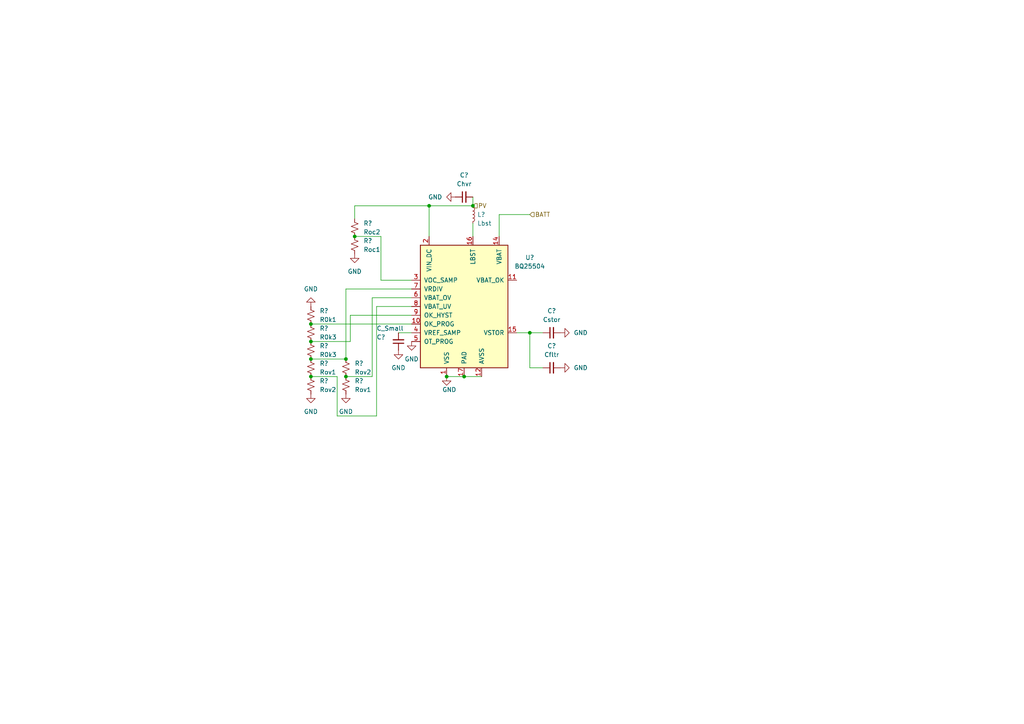
<source format=kicad_sch>
(kicad_sch (version 20211123) (generator eeschema)
  (paper "A4")
  (lib_symbols
    (symbol "Battery_Management:BQ25504" (pin_names (offset 1.016))
      (property "Reference" "U" (at -7.62 20.32 0))
      (property "Value" "BQ25504" (at -7.62 22.86 0))
      (symbol "BQ25504_0_1"
        (rectangle (start -12.7 17.78) (end 12.7 -17.78) (stroke (width 0.254)) (fill (type background)))
      )
      (symbol "BQ25504_1_1"
        (pin power_in line (at -5.08 -20.32 90) (length 2.54) (name "VSS") (number "1"))
        (pin input line (at -15.24 -5.08 0) (length 2.54) (name "OK_PROG") (number "10"))
        (pin output line (at 15.24 7.62 180) (length 2.54) (name "VBAT_OK") (number "11"))
        (pin power_in line (at 5.08 -20.32 90) (length 2.54) (name "AVSS") (number "12"))
        (pin passive line (at -5.08 -20.32 90) (length 2.54) hide (name "VSS") (number "13"))
        (pin power_out line (at 10.16 20.32 270) (length 2.54) (name "VBAT") (number "14"))
        (pin bidirectional line (at 15.24 -7.62 180) (length 2.54) (name "VSTOR") (number "15"))
        (pin bidirectional line (at 2.54 20.32 270) (length 2.54) (name "LBST") (number "16"))
        (pin passive line (at 0 -20.32 90) (length 2.54) (name "PAD") (number "17"))
        (pin power_in line (at -10.16 20.32 270) (length 2.54) (name "VIN_DC") (number "2"))
        (pin input line (at -15.24 7.62 0) (length 2.54) (name "VOC_SAMP") (number "3"))
        (pin bidirectional line (at -15.24 -7.62 0) (length 2.54) (name "VREF_SAMP") (number "4"))
        (pin input line (at -15.24 -10.16 0) (length 2.54) (name "OT_PROG") (number "5"))
        (pin input line (at -15.24 2.54 0) (length 2.54) (name "VBAT_OV") (number "6"))
        (pin output line (at -15.24 5.08 0) (length 2.54) (name "VRDIV") (number "7"))
        (pin input line (at -15.24 0 0) (length 2.54) (name "VBAT_UV") (number "8"))
        (pin input line (at -15.24 -2.54 0) (length 2.54) (name "OK_HYST") (number "9"))
      )
    )
    (symbol "Device:C_Small" (pin_numbers hide) (pin_names (offset 0.254) hide)
      (property "Reference" "C" (at 0.254 1.778 0))
      (property "Value" "C_Small" (at 0.254 -2.032 0))
      (symbol "C_Small_0_1"
        (polyline (pts (xy -1.524 -0.508) (xy 1.524 -0.508)) (stroke (width 0.3302)))
        (polyline (pts (xy -1.524 0.508) (xy 1.524 0.508)) (stroke (width 0.3048)))
      )
      (symbol "C_Small_1_1"
        (pin passive line (at 0 2.54 270) (length 2.032) (name "~") (number "1"))
        (pin passive line (at 0 -2.54 90) (length 2.032) (name "~") (number "2"))
      )
    )
    (symbol "Device:L_Small" (pin_numbers hide) (pin_names (offset 0.254) hide)
      (property "Reference" "L" (at 0.762 1.016 0))
      (property "Value" "L_Small" (at 0.762 -1.016 0))
      (symbol "L_Small_0_1"
        (arc (start 0 -2.032) (mid 0.508 -1.524) (end 0 -1.016))
        (arc (start 0 -1.016) (mid 0.508 -0.508) (end 0 0))
        (arc (start 0 0) (mid 0.508 0.508) (end 0 1.016))
        (arc (start 0 1.016) (mid 0.508 1.524) (end 0 2.032))
      )
      (symbol "L_Small_1_1"
        (pin passive line (at 0 2.54 270) (length 0.508) (name "~") (number "1"))
        (pin passive line (at 0 -2.54 90) (length 0.508) (name "~") (number "2"))
      )
    )
    (symbol "Device:R_Small_US" (pin_numbers hide) (pin_names (offset 0.254) hide)
      (property "Reference" "R" (at 0.762 0.508 0))
      (property "Value" "R_Small_US" (at 0.762 -1.016 0))
      (symbol "R_Small_US_1_1"
        (polyline (pts (xy 0 0) (xy 1.016 -0.381) (xy 0 -0.762) (xy -1.016 -1.143) (xy 0 -1.524)))
        (polyline (pts (xy 0 1.524) (xy 1.016 1.143) (xy 0 0.762) (xy -1.016 0.381) (xy 0 0)))
        (pin passive line (at 0 2.54 270) (length 1.016) (name "~") (number "1"))
        (pin passive line (at 0 -2.54 90) (length 1.016) (name "~") (number "2"))
      )
    )
    (symbol "power:GND" (power) (pin_names (offset 0))
      (property "Value" "GND" (at 0 -3.81 0))
      (symbol "GND_0_1"
        (polyline (pts (xy 0 0) (xy 0 -1.27) (xy 1.27 -1.27) (xy 0 -2.54) (xy -1.27 -1.27) (xy 0 -1.27)))
      )
      (symbol "GND_1_1"
        (pin power_in line (at 0 0 270) (length 0) hide (name "GND") (number "1"))
      )
    )
  )
  (junction (at 137.16 59.69))
  (junction (at 102.87 68.58))
  (junction (at 129.54 109.22))
  (junction (at 124.46 59.69))
  (junction (at 90.17 109.22))
  (junction (at 153.67 96.52))
  (junction (at 134.62 109.22))
  (junction (at 90.17 104.14))
  (junction (at 90.17 93.98))
  (junction (at 90.17 99.06))
  (junction (at 100.33 109.22))
  (junction (at 100.33 104.14))
  (wire (pts (xy 129.54 109.22) (xy 134.62 109.22)))
  (wire (pts (xy 137.16 57.15) (xy 137.16 59.69)))
  (wire (pts (xy 101.6 99.06) (xy 90.17 99.06)))
  (wire (pts (xy 124.46 68.58) (xy 124.46 59.69)))
  (wire (pts (xy 134.62 109.22) (xy 139.7 109.22)))
  (wire (pts (xy 90.17 93.98) (xy 119.38 93.98)))
  (wire (pts (xy 97.79 120.65) (xy 109.22 120.65)))
  (wire (pts (xy 137.16 64.77) (xy 137.16 68.58)))
  (wire (pts (xy 119.38 86.36) (xy 107.95 86.36)))
  (wire (pts (xy 109.22 120.65) (xy 109.22 88.9)))
  (wire (pts (xy 109.22 88.9) (xy 119.38 88.9)))
  (wire (pts (xy 119.38 91.44) (xy 101.6 91.44)))
  (wire (pts (xy 102.87 59.69) (xy 124.46 59.69)))
  (wire (pts (xy 144.78 62.23) (xy 153.67 62.23)))
  (wire (pts (xy 124.46 59.69) (xy 137.16 59.69)))
  (wire (pts (xy 101.6 91.44) (xy 101.6 99.06)))
  (wire (pts (xy 107.95 109.22) (xy 100.33 109.22)))
  (wire (pts (xy 107.95 86.36) (xy 107.95 109.22)))
  (wire (pts (xy 115.57 96.52) (xy 119.38 96.52)))
  (wire (pts (xy 110.49 81.28) (xy 119.38 81.28)))
  (wire (pts (xy 153.67 106.68) (xy 153.67 96.52)))
  (wire (pts (xy 97.79 109.22) (xy 97.79 120.65)))
  (wire (pts (xy 110.49 68.58) (xy 102.87 68.58)))
  (wire (pts (xy 100.33 83.82) (xy 119.38 83.82)))
  (wire (pts (xy 153.67 96.52) (xy 157.48 96.52)))
  (wire (pts (xy 102.87 63.5) (xy 102.87 59.69)))
  (wire (pts (xy 157.48 106.68) (xy 153.67 106.68)))
  (wire (pts (xy 144.78 68.58) (xy 144.78 62.23)))
  (wire (pts (xy 110.49 68.58) (xy 110.49 81.28)))
  (wire (pts (xy 100.33 104.14) (xy 100.33 83.82)))
  (wire (pts (xy 90.17 109.22) (xy 97.79 109.22)))
  (wire (pts (xy 149.86 96.52) (xy 153.67 96.52)))
  (wire (pts (xy 90.17 104.14) (xy 100.33 104.14)))
  (hierarchical_label "PV" (shape input) (at 137.16 59.69 0))
  (hierarchical_label "BATT" (shape input) (at 153.67 62.23 0))
  (symbol (lib_id "power:GND") (at 90.17 114.3 0) (unit 1)
    (property "Reference" "#PWR?" (effects hide))
    (property "Value" "GND" (at 90.17 119.38 0))
  )
  (symbol (lib_id "Device:C_Small") (at 160.02 96.52 90) (unit 1)
    (property "Reference" "C?" (at 160.0263 90.17 90))
    (property "Value" "Cstor" (at 160.0263 92.71 90))
  )
  (symbol (lib_id "power:GND") (at 162.56 96.52 90) (unit 1)
    (property "Reference" "#PWR?" (effects hide))
    (property "Value" "GND" (at 166.37 96.5199 90) (effects (justify right)))
  )
  (symbol (lib_id "Device:R_Small_US") (at 90.17 91.44 0) (unit 1)
    (property "Reference" "R?" (at 92.71 90.1699 0) (effects (justify left)))
    (property "Value" "R0k1" (at 92.71 92.7099 0) (effects (justify left)))
  )
  (symbol (lib_id "power:GND") (at 132.08 57.15 270) (unit 1)
    (property "Reference" "#PWR?" (effects hide))
    (property "Value" "GND" (at 128.27 57.1499 90) (effects (justify right)))
  )
  (symbol (lib_id "Device:R_Small_US") (at 100.33 111.76 0) (unit 1)
    (property "Reference" "R?" (at 102.87 110.4899 0) (effects (justify left)))
    (property "Value" "Rov1" (at 102.87 113.0299 0) (effects (justify left)))
  )
  (symbol (lib_id "power:GND") (at 100.33 114.3 0) (unit 1)
    (property "Reference" "#PWR?" (effects hide))
    (property "Value" "GND" (at 100.33 119.38 0))
  )
  (symbol (lib_id "Device:R_Small_US") (at 90.17 96.52 0) (unit 1)
    (property "Reference" "R?" (at 92.71 95.2499 0) (effects (justify left)))
    (property "Value" "R0k3" (at 92.71 97.7899 0) (effects (justify left)))
  )
  (symbol (lib_id "Device:R_Small_US") (at 102.87 66.04 0) (unit 1)
    (property "Reference" "R?" (at 105.41 64.7699 0) (effects (justify left)))
    (property "Value" "Roc2" (at 105.41 67.3099 0) (effects (justify left)))
  )
  (symbol (lib_id "Device:R_Small_US") (at 90.17 106.68 0) (unit 1)
    (property "Reference" "R?" (at 92.71 105.4099 0) (effects (justify left)))
    (property "Value" "Rov1" (at 92.71 107.9499 0) (effects (justify left)))
  )
  (symbol (lib_id "power:GND") (at 162.56 106.68 90) (unit 1)
    (property "Reference" "#PWR?" (effects hide))
    (property "Value" "GND" (at 166.37 106.6799 90) (effects (justify right)))
  )
  (symbol (lib_id "Device:R_Small_US") (at 102.87 71.12 0) (unit 1)
    (property "Reference" "R?" (at 105.41 69.8499 0) (effects (justify left)))
    (property "Value" "Roc1" (at 105.41 72.3899 0) (effects (justify left)))
  )
  (symbol (lib_id "Device:R_Small_US") (at 90.17 111.76 0) (unit 1)
    (property "Reference" "R?" (at 92.71 110.4899 0) (effects (justify left)))
    (property "Value" "Rov2" (at 92.71 113.0299 0) (effects (justify left)))
  )
  (symbol (lib_id "Device:C_Small") (at 115.57 99.06 180) (unit 1)
    (property "Reference" "C?" (at 109.22 97.79 0) (effects (justify right)))
    (property "Value" "C_Small" (at 109.22 95.25 0) (effects (justify right)))
  )
  (symbol (lib_id "Device:C_Small") (at 134.62 57.15 90) (unit 1)
    (property "Reference" "C?" (at 134.6263 50.8 90))
    (property "Value" "Chvr" (at 134.6263 53.34 90))
  )
  (symbol (lib_id "Device:C_Small") (at 160.02 106.68 90) (unit 1)
    (property "Reference" "C?" (at 160.0263 100.33 90))
    (property "Value" "Cfltr" (at 160.0263 102.87 90))
  )
  (symbol (lib_id "power:GND") (at 115.57 101.6 0) (unit 1)
    (property "Reference" "#PWR?" (effects hide))
    (property "Value" "GND" (at 115.57 106.68 0))
  )
  (symbol (lib_id "power:GND") (at 102.87 73.66 0) (unit 1)
    (property "Reference" "#PWR?" (effects hide))
    (property "Value" "GND" (at 102.87 78.74 0))
  )
  (symbol (lib_id "Device:R_Small_US") (at 100.33 106.68 0) (unit 1)
    (property "Reference" "R?" (at 102.87 105.4099 0) (effects (justify left)))
    (property "Value" "Rov2" (at 102.87 107.9499 0) (effects (justify left)))
  )
  (symbol (lib_id "Device:R_Small_US") (at 90.17 101.6 0) (unit 1)
    (property "Reference" "R?" (at 92.71 100.3299 0) (effects (justify left)))
    (property "Value" "R0k3" (at 92.71 102.8699 0) (effects (justify left)))
  )
  (symbol (lib_id "Battery_Management:BQ25504") (at 134.62 88.9 0) (unit 1)
    (property "Reference" "U?" (at 153.67 74.7012 0))
    (property "Value" "BQ25504" (at 153.67 77.2412 0))
    (property "Footprint" "Package_DFN_QFN:QFN-16-1EP_3x3mm_P0.5mm_EP1.8x1.8mm" (effects hide))
    (property "Datasheet" "http://www.ti.com/lit/ds/symlink/bq25504.pdf" (effects hide))
  )
  (symbol (lib_id "Device:L_Small") (at 137.16 62.23 0) (unit 1)
    (property "Reference" "L?" (at 138.43 62.23 0) (effects (justify left)))
    (property "Value" "Lbst" (at 138.43 64.77 0) (effects (justify left)))
  )
  (symbol (lib_id "power:GND") (at 119.38 99.06 0) (unit 1)
    (property "Reference" "#PWR?" (effects hide))
    (property "Value" "GND" (at 119.38 104.14 0))
  )
  (symbol (lib_id "power:GND") (at 129.54 109.22 0) (unit 1)
    (property "Reference" "#PWR?" (effects hide))
    (property "Value" "GND" (at 128.27 113.03 0) (effects (justify left)))
  )
  (symbol (lib_id "power:GND") (at 90.17 88.9 180) (unit 1)
    (property "Reference" "#PWR?" (effects hide))
    (property "Value" "GND" (at 90.17 83.82 0))
  )
)
</source>
